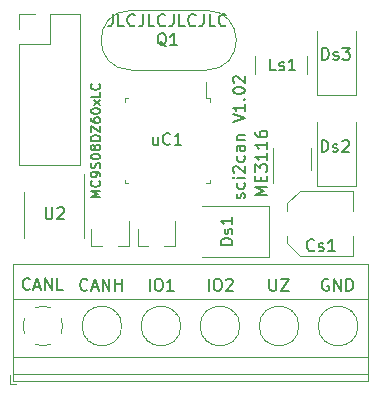
<source format=gbr>
G04 #@! TF.GenerationSoftware,KiCad,Pcbnew,5.1.6-c6e7f7d~86~ubuntu18.04.1*
G04 #@! TF.CreationDate,2020-06-11T15:17:01+02:00*
G04 #@! TF.ProjectId,sci2can,73636932-6361-46e2-9e6b-696361645f70,1.02*
G04 #@! TF.SameCoordinates,Original*
G04 #@! TF.FileFunction,Legend,Top*
G04 #@! TF.FilePolarity,Positive*
%FSLAX46Y46*%
G04 Gerber Fmt 4.6, Leading zero omitted, Abs format (unit mm)*
G04 Created by KiCad (PCBNEW 5.1.6-c6e7f7d~86~ubuntu18.04.1) date 2020-06-11 15:17:01*
%MOMM*%
%LPD*%
G01*
G04 APERTURE LIST*
%ADD10C,0.200000*%
%ADD11C,0.120000*%
%ADD12C,0.150000*%
G04 APERTURE END LIST*
D10*
X204480952Y-76552380D02*
X204480952Y-77266666D01*
X204433333Y-77409523D01*
X204338095Y-77504761D01*
X204195238Y-77552380D01*
X204100000Y-77552380D01*
X205433333Y-77552380D02*
X204957142Y-77552380D01*
X204957142Y-76552380D01*
X206338095Y-77457142D02*
X206290476Y-77504761D01*
X206147619Y-77552380D01*
X206052380Y-77552380D01*
X205909523Y-77504761D01*
X205814285Y-77409523D01*
X205766666Y-77314285D01*
X205719047Y-77123809D01*
X205719047Y-76980952D01*
X205766666Y-76790476D01*
X205814285Y-76695238D01*
X205909523Y-76600000D01*
X206052380Y-76552380D01*
X206147619Y-76552380D01*
X206290476Y-76600000D01*
X206338095Y-76647619D01*
X207052380Y-76552380D02*
X207052380Y-77266666D01*
X207004761Y-77409523D01*
X206909523Y-77504761D01*
X206766666Y-77552380D01*
X206671428Y-77552380D01*
X208004761Y-77552380D02*
X207528571Y-77552380D01*
X207528571Y-76552380D01*
X208909523Y-77457142D02*
X208861904Y-77504761D01*
X208719047Y-77552380D01*
X208623809Y-77552380D01*
X208480952Y-77504761D01*
X208385714Y-77409523D01*
X208338095Y-77314285D01*
X208290476Y-77123809D01*
X208290476Y-76980952D01*
X208338095Y-76790476D01*
X208385714Y-76695238D01*
X208480952Y-76600000D01*
X208623809Y-76552380D01*
X208719047Y-76552380D01*
X208861904Y-76600000D01*
X208909523Y-76647619D01*
X209623809Y-76552380D02*
X209623809Y-77266666D01*
X209576190Y-77409523D01*
X209480952Y-77504761D01*
X209338095Y-77552380D01*
X209242857Y-77552380D01*
X210576190Y-77552380D02*
X210100000Y-77552380D01*
X210100000Y-76552380D01*
X211480952Y-77457142D02*
X211433333Y-77504761D01*
X211290476Y-77552380D01*
X211195238Y-77552380D01*
X211052380Y-77504761D01*
X210957142Y-77409523D01*
X210909523Y-77314285D01*
X210861904Y-77123809D01*
X210861904Y-76980952D01*
X210909523Y-76790476D01*
X210957142Y-76695238D01*
X211052380Y-76600000D01*
X211195238Y-76552380D01*
X211290476Y-76552380D01*
X211433333Y-76600000D01*
X211480952Y-76647619D01*
X212195238Y-76552380D02*
X212195238Y-77266666D01*
X212147619Y-77409523D01*
X212052380Y-77504761D01*
X211909523Y-77552380D01*
X211814285Y-77552380D01*
X213147619Y-77552380D02*
X212671428Y-77552380D01*
X212671428Y-76552380D01*
X214052380Y-77457142D02*
X214004761Y-77504761D01*
X213861904Y-77552380D01*
X213766666Y-77552380D01*
X213623809Y-77504761D01*
X213528571Y-77409523D01*
X213480952Y-77314285D01*
X213433333Y-77123809D01*
X213433333Y-76980952D01*
X213480952Y-76790476D01*
X213528571Y-76695238D01*
X213623809Y-76600000D01*
X213766666Y-76552380D01*
X213861904Y-76552380D01*
X214004761Y-76600000D01*
X214052380Y-76647619D01*
X215604761Y-92116666D02*
X215652380Y-92021428D01*
X215652380Y-91830952D01*
X215604761Y-91735714D01*
X215509523Y-91688095D01*
X215461904Y-91688095D01*
X215366666Y-91735714D01*
X215319047Y-91830952D01*
X215319047Y-91973809D01*
X215271428Y-92069047D01*
X215176190Y-92116666D01*
X215128571Y-92116666D01*
X215033333Y-92069047D01*
X214985714Y-91973809D01*
X214985714Y-91830952D01*
X215033333Y-91735714D01*
X215604761Y-90830952D02*
X215652380Y-90926190D01*
X215652380Y-91116666D01*
X215604761Y-91211904D01*
X215557142Y-91259523D01*
X215461904Y-91307142D01*
X215176190Y-91307142D01*
X215080952Y-91259523D01*
X215033333Y-91211904D01*
X214985714Y-91116666D01*
X214985714Y-90926190D01*
X215033333Y-90830952D01*
X215652380Y-90402380D02*
X214985714Y-90402380D01*
X214652380Y-90402380D02*
X214700000Y-90450000D01*
X214747619Y-90402380D01*
X214700000Y-90354761D01*
X214652380Y-90402380D01*
X214747619Y-90402380D01*
X214747619Y-89973809D02*
X214700000Y-89926190D01*
X214652380Y-89830952D01*
X214652380Y-89592857D01*
X214700000Y-89497619D01*
X214747619Y-89450000D01*
X214842857Y-89402380D01*
X214938095Y-89402380D01*
X215080952Y-89450000D01*
X215652380Y-90021428D01*
X215652380Y-89402380D01*
X215604761Y-88545238D02*
X215652380Y-88640476D01*
X215652380Y-88830952D01*
X215604761Y-88926190D01*
X215557142Y-88973809D01*
X215461904Y-89021428D01*
X215176190Y-89021428D01*
X215080952Y-88973809D01*
X215033333Y-88926190D01*
X214985714Y-88830952D01*
X214985714Y-88640476D01*
X215033333Y-88545238D01*
X215652380Y-87688095D02*
X215128571Y-87688095D01*
X215033333Y-87735714D01*
X214985714Y-87830952D01*
X214985714Y-88021428D01*
X215033333Y-88116666D01*
X215604761Y-87688095D02*
X215652380Y-87783333D01*
X215652380Y-88021428D01*
X215604761Y-88116666D01*
X215509523Y-88164285D01*
X215414285Y-88164285D01*
X215319047Y-88116666D01*
X215271428Y-88021428D01*
X215271428Y-87783333D01*
X215223809Y-87688095D01*
X214985714Y-87211904D02*
X215652380Y-87211904D01*
X215080952Y-87211904D02*
X215033333Y-87164285D01*
X214985714Y-87069047D01*
X214985714Y-86926190D01*
X215033333Y-86830952D01*
X215128571Y-86783333D01*
X215652380Y-86783333D01*
X214652380Y-85688095D02*
X215652380Y-85354761D01*
X214652380Y-85021428D01*
X215652380Y-84164285D02*
X215652380Y-84735714D01*
X215652380Y-84450000D02*
X214652380Y-84450000D01*
X214795238Y-84545238D01*
X214890476Y-84640476D01*
X214938095Y-84735714D01*
X215557142Y-83735714D02*
X215604761Y-83688095D01*
X215652380Y-83735714D01*
X215604761Y-83783333D01*
X215557142Y-83735714D01*
X215652380Y-83735714D01*
X214652380Y-83069047D02*
X214652380Y-82973809D01*
X214700000Y-82878571D01*
X214747619Y-82830952D01*
X214842857Y-82783333D01*
X215033333Y-82735714D01*
X215271428Y-82735714D01*
X215461904Y-82783333D01*
X215557142Y-82830952D01*
X215604761Y-82878571D01*
X215652380Y-82973809D01*
X215652380Y-83069047D01*
X215604761Y-83164285D01*
X215557142Y-83211904D01*
X215461904Y-83259523D01*
X215271428Y-83307142D01*
X215033333Y-83307142D01*
X214842857Y-83259523D01*
X214747619Y-83211904D01*
X214700000Y-83164285D01*
X214652380Y-83069047D01*
X214747619Y-82354761D02*
X214700000Y-82307142D01*
X214652380Y-82211904D01*
X214652380Y-81973809D01*
X214700000Y-81878571D01*
X214747619Y-81830952D01*
X214842857Y-81783333D01*
X214938095Y-81783333D01*
X215080952Y-81830952D01*
X215652380Y-82402380D01*
X215652380Y-81783333D01*
X222738095Y-99000000D02*
X222642857Y-98952380D01*
X222500000Y-98952380D01*
X222357142Y-99000000D01*
X222261904Y-99095238D01*
X222214285Y-99190476D01*
X222166666Y-99380952D01*
X222166666Y-99523809D01*
X222214285Y-99714285D01*
X222261904Y-99809523D01*
X222357142Y-99904761D01*
X222500000Y-99952380D01*
X222595238Y-99952380D01*
X222738095Y-99904761D01*
X222785714Y-99857142D01*
X222785714Y-99523809D01*
X222595238Y-99523809D01*
X223214285Y-99952380D02*
X223214285Y-98952380D01*
X223785714Y-99952380D01*
X223785714Y-98952380D01*
X224261904Y-99952380D02*
X224261904Y-98952380D01*
X224500000Y-98952380D01*
X224642857Y-99000000D01*
X224738095Y-99095238D01*
X224785714Y-99190476D01*
X224833333Y-99380952D01*
X224833333Y-99523809D01*
X224785714Y-99714285D01*
X224738095Y-99809523D01*
X224642857Y-99904761D01*
X224500000Y-99952380D01*
X224261904Y-99952380D01*
X207600000Y-99952380D02*
X207600000Y-98952380D01*
X208266666Y-98952380D02*
X208457142Y-98952380D01*
X208552380Y-99000000D01*
X208647619Y-99095238D01*
X208695238Y-99285714D01*
X208695238Y-99619047D01*
X208647619Y-99809523D01*
X208552380Y-99904761D01*
X208457142Y-99952380D01*
X208266666Y-99952380D01*
X208171428Y-99904761D01*
X208076190Y-99809523D01*
X208028571Y-99619047D01*
X208028571Y-99285714D01*
X208076190Y-99095238D01*
X208171428Y-99000000D01*
X208266666Y-98952380D01*
X209647619Y-99952380D02*
X209076190Y-99952380D01*
X209361904Y-99952380D02*
X209361904Y-98952380D01*
X209266666Y-99095238D01*
X209171428Y-99190476D01*
X209076190Y-99238095D01*
X212600000Y-99952380D02*
X212600000Y-98952380D01*
X213266666Y-98952380D02*
X213457142Y-98952380D01*
X213552380Y-99000000D01*
X213647619Y-99095238D01*
X213695238Y-99285714D01*
X213695238Y-99619047D01*
X213647619Y-99809523D01*
X213552380Y-99904761D01*
X213457142Y-99952380D01*
X213266666Y-99952380D01*
X213171428Y-99904761D01*
X213076190Y-99809523D01*
X213028571Y-99619047D01*
X213028571Y-99285714D01*
X213076190Y-99095238D01*
X213171428Y-99000000D01*
X213266666Y-98952380D01*
X214076190Y-99047619D02*
X214123809Y-99000000D01*
X214219047Y-98952380D01*
X214457142Y-98952380D01*
X214552380Y-99000000D01*
X214600000Y-99047619D01*
X214647619Y-99142857D01*
X214647619Y-99238095D01*
X214600000Y-99380952D01*
X214028571Y-99952380D01*
X214647619Y-99952380D01*
X217738095Y-98952380D02*
X217738095Y-99761904D01*
X217785714Y-99857142D01*
X217833333Y-99904761D01*
X217928571Y-99952380D01*
X218119047Y-99952380D01*
X218214285Y-99904761D01*
X218261904Y-99857142D01*
X218309523Y-99761904D01*
X218309523Y-98952380D01*
X218690476Y-98952380D02*
X219357142Y-98952380D01*
X218690476Y-99952380D01*
X219357142Y-99952380D01*
X202333333Y-99857142D02*
X202285714Y-99904761D01*
X202142857Y-99952380D01*
X202047619Y-99952380D01*
X201904761Y-99904761D01*
X201809523Y-99809523D01*
X201761904Y-99714285D01*
X201714285Y-99523809D01*
X201714285Y-99380952D01*
X201761904Y-99190476D01*
X201809523Y-99095238D01*
X201904761Y-99000000D01*
X202047619Y-98952380D01*
X202142857Y-98952380D01*
X202285714Y-99000000D01*
X202333333Y-99047619D01*
X202714285Y-99666666D02*
X203190476Y-99666666D01*
X202619047Y-99952380D02*
X202952380Y-98952380D01*
X203285714Y-99952380D01*
X203619047Y-99952380D02*
X203619047Y-98952380D01*
X204190476Y-99952380D01*
X204190476Y-98952380D01*
X204666666Y-99952380D02*
X204666666Y-98952380D01*
X204666666Y-99428571D02*
X205238095Y-99428571D01*
X205238095Y-99952380D02*
X205238095Y-98952380D01*
X197452380Y-99807142D02*
X197404761Y-99854761D01*
X197261904Y-99902380D01*
X197166666Y-99902380D01*
X197023809Y-99854761D01*
X196928571Y-99759523D01*
X196880952Y-99664285D01*
X196833333Y-99473809D01*
X196833333Y-99330952D01*
X196880952Y-99140476D01*
X196928571Y-99045238D01*
X197023809Y-98950000D01*
X197166666Y-98902380D01*
X197261904Y-98902380D01*
X197404761Y-98950000D01*
X197452380Y-98997619D01*
X197833333Y-99616666D02*
X198309523Y-99616666D01*
X197738095Y-99902380D02*
X198071428Y-98902380D01*
X198404761Y-99902380D01*
X198738095Y-99902380D02*
X198738095Y-98902380D01*
X199309523Y-99902380D01*
X199309523Y-98902380D01*
X200261904Y-99902380D02*
X199785714Y-99902380D01*
X199785714Y-98902380D01*
D11*
X221750000Y-91100000D02*
X221750000Y-85700000D01*
X225050000Y-91100000D02*
X225050000Y-85700000D01*
X221750000Y-91100000D02*
X225050000Y-91100000D01*
X221750000Y-83350000D02*
X225050000Y-83350000D01*
X225050000Y-83350000D02*
X225050000Y-77950000D01*
X221750000Y-83350000D02*
X221750000Y-77950000D01*
X206570000Y-96210000D02*
X206570000Y-94750000D01*
X209730000Y-96210000D02*
X209730000Y-94050000D01*
X209730000Y-96210000D02*
X208800000Y-96210000D01*
X206570000Y-96210000D02*
X207500000Y-96210000D01*
X224772500Y-97010000D02*
X224772500Y-95310000D01*
X224772500Y-91490000D02*
X224772500Y-93190000D01*
X220316937Y-91490000D02*
X224772500Y-91490000D01*
X220316937Y-97010000D02*
X224772500Y-97010000D01*
X219252500Y-95945563D02*
X219252500Y-95310000D01*
X219252500Y-92554437D02*
X219252500Y-93190000D01*
X219252500Y-92554437D02*
X220316937Y-91490000D01*
X219252500Y-95945563D02*
X220316937Y-97010000D01*
X220910000Y-81647369D02*
X220910000Y-80052631D01*
X216490000Y-81647369D02*
X216490000Y-80052631D01*
X218040000Y-87900000D02*
X218040000Y-90850000D01*
X221260000Y-89700000D02*
X221260000Y-87900000D01*
X196520000Y-76510000D02*
X197850000Y-76510000D01*
X196520000Y-77840000D02*
X196520000Y-76510000D01*
X199120000Y-76510000D02*
X201720000Y-76510000D01*
X199120000Y-79110000D02*
X199120000Y-76510000D01*
X196520000Y-79110000D02*
X199120000Y-79110000D01*
X201720000Y-76510000D02*
X201720000Y-89330000D01*
X196520000Y-79110000D02*
X196520000Y-89330000D01*
X196520000Y-89330000D02*
X201720000Y-89330000D01*
X212410000Y-81275000D02*
X206010000Y-81275000D01*
X212410000Y-76225000D02*
X206010000Y-76225000D01*
X206010000Y-76225000D02*
G75*
G03*
X206010000Y-81275000I0J-2525000D01*
G01*
X212410000Y-76225000D02*
G75*
G02*
X212410000Y-81275000I0J-2525000D01*
G01*
X202670000Y-96210000D02*
X203600000Y-96210000D01*
X205830000Y-96210000D02*
X204900000Y-96210000D01*
X205830000Y-96210000D02*
X205830000Y-94050000D01*
X202670000Y-96210000D02*
X202670000Y-94750000D01*
X205230000Y-102950000D02*
G75*
G03*
X205230000Y-102950000I-1680000J0D01*
G01*
X210230000Y-102950000D02*
G75*
G03*
X210230000Y-102950000I-1680000J0D01*
G01*
X215230000Y-102950000D02*
G75*
G03*
X215230000Y-102950000I-1680000J0D01*
G01*
X220230000Y-102950000D02*
G75*
G03*
X220230000Y-102950000I-1680000J0D01*
G01*
X225230000Y-102950000D02*
G75*
G03*
X225230000Y-102950000I-1680000J0D01*
G01*
X195990000Y-107050000D02*
X226110000Y-107050000D01*
X195990000Y-105550000D02*
X226110000Y-105550000D01*
X195990000Y-100649000D02*
X226110000Y-100649000D01*
X195990000Y-97689000D02*
X226110000Y-97689000D01*
X195990000Y-107610000D02*
X226110000Y-107610000D01*
X195990000Y-97689000D02*
X195990000Y-107610000D01*
X226110000Y-97689000D02*
X226110000Y-107610000D01*
X204825000Y-101881000D02*
X204778000Y-101927000D01*
X202516000Y-104189000D02*
X202481000Y-104224000D01*
X204620000Y-101675000D02*
X204585000Y-101711000D01*
X202323000Y-103973000D02*
X202276000Y-104019000D01*
X209825000Y-101881000D02*
X209778000Y-101927000D01*
X207516000Y-104189000D02*
X207481000Y-104224000D01*
X209620000Y-101675000D02*
X209585000Y-101711000D01*
X207323000Y-103973000D02*
X207276000Y-104019000D01*
X214825000Y-101881000D02*
X214778000Y-101927000D01*
X212516000Y-104189000D02*
X212481000Y-104224000D01*
X214620000Y-101675000D02*
X214585000Y-101711000D01*
X212323000Y-103973000D02*
X212276000Y-104019000D01*
X219825000Y-101881000D02*
X219778000Y-101927000D01*
X217516000Y-104189000D02*
X217481000Y-104224000D01*
X219620000Y-101675000D02*
X219585000Y-101711000D01*
X217323000Y-103973000D02*
X217276000Y-104019000D01*
X224825000Y-101881000D02*
X224778000Y-101927000D01*
X222516000Y-104189000D02*
X222481000Y-104224000D01*
X224620000Y-101675000D02*
X224585000Y-101711000D01*
X222323000Y-103973000D02*
X222276000Y-104019000D01*
X195750000Y-107110000D02*
X195750000Y-107850000D01*
X195750000Y-107850000D02*
X196250000Y-107850000D01*
X198578805Y-104630253D02*
G75*
G02*
X197866000Y-104485000I-28805J1680253D01*
G01*
X197014574Y-103633042D02*
G75*
G02*
X197015000Y-102266000I1535426J683042D01*
G01*
X197866958Y-101414574D02*
G75*
G02*
X199234000Y-101415000I683042J-1535426D01*
G01*
X200085426Y-102266958D02*
G75*
G02*
X200085000Y-103634000I-1535426J-683042D01*
G01*
X199233318Y-104484756D02*
G75*
G02*
X198550000Y-104630000I-683318J1534756D01*
G01*
X196940000Y-93525000D02*
X196940000Y-95475000D01*
X196940000Y-93525000D02*
X196940000Y-91575000D01*
X202060000Y-93525000D02*
X202060000Y-95475000D01*
X202060000Y-93525000D02*
X202060000Y-90075000D01*
X205490000Y-90560000D02*
X205490000Y-90860000D01*
X205490000Y-90860000D02*
X205790000Y-90860000D01*
X205490000Y-83940000D02*
X205490000Y-83640000D01*
X205490000Y-83640000D02*
X205790000Y-83640000D01*
X212710000Y-90560000D02*
X212710000Y-90860000D01*
X212710000Y-90860000D02*
X212410000Y-90860000D01*
X212710000Y-83940000D02*
X212710000Y-83640000D01*
X212710000Y-83640000D02*
X212410000Y-83640000D01*
X212410000Y-83640000D02*
X212410000Y-82325000D01*
X217700000Y-97100000D02*
X212000000Y-97100000D01*
X217700000Y-92800000D02*
X212000000Y-92800000D01*
X217700000Y-97100000D02*
X217700000Y-92800000D01*
D12*
X222157142Y-88202380D02*
X222157142Y-87202380D01*
X222395238Y-87202380D01*
X222538095Y-87250000D01*
X222633333Y-87345238D01*
X222680952Y-87440476D01*
X222728571Y-87630952D01*
X222728571Y-87773809D01*
X222680952Y-87964285D01*
X222633333Y-88059523D01*
X222538095Y-88154761D01*
X222395238Y-88202380D01*
X222157142Y-88202380D01*
X223109523Y-88154761D02*
X223204761Y-88202380D01*
X223395238Y-88202380D01*
X223490476Y-88154761D01*
X223538095Y-88059523D01*
X223538095Y-88011904D01*
X223490476Y-87916666D01*
X223395238Y-87869047D01*
X223252380Y-87869047D01*
X223157142Y-87821428D01*
X223109523Y-87726190D01*
X223109523Y-87678571D01*
X223157142Y-87583333D01*
X223252380Y-87535714D01*
X223395238Y-87535714D01*
X223490476Y-87583333D01*
X223919047Y-87297619D02*
X223966666Y-87250000D01*
X224061904Y-87202380D01*
X224300000Y-87202380D01*
X224395238Y-87250000D01*
X224442857Y-87297619D01*
X224490476Y-87392857D01*
X224490476Y-87488095D01*
X224442857Y-87630952D01*
X223871428Y-88202380D01*
X224490476Y-88202380D01*
X222207142Y-80402380D02*
X222207142Y-79402380D01*
X222445238Y-79402380D01*
X222588095Y-79450000D01*
X222683333Y-79545238D01*
X222730952Y-79640476D01*
X222778571Y-79830952D01*
X222778571Y-79973809D01*
X222730952Y-80164285D01*
X222683333Y-80259523D01*
X222588095Y-80354761D01*
X222445238Y-80402380D01*
X222207142Y-80402380D01*
X223159523Y-80354761D02*
X223254761Y-80402380D01*
X223445238Y-80402380D01*
X223540476Y-80354761D01*
X223588095Y-80259523D01*
X223588095Y-80211904D01*
X223540476Y-80116666D01*
X223445238Y-80069047D01*
X223302380Y-80069047D01*
X223207142Y-80021428D01*
X223159523Y-79926190D01*
X223159523Y-79878571D01*
X223207142Y-79783333D01*
X223302380Y-79735714D01*
X223445238Y-79735714D01*
X223540476Y-79783333D01*
X223921428Y-79402380D02*
X224540476Y-79402380D01*
X224207142Y-79783333D01*
X224350000Y-79783333D01*
X224445238Y-79830952D01*
X224492857Y-79878571D01*
X224540476Y-79973809D01*
X224540476Y-80211904D01*
X224492857Y-80307142D01*
X224445238Y-80354761D01*
X224350000Y-80402380D01*
X224064285Y-80402380D01*
X223969047Y-80354761D01*
X223921428Y-80307142D01*
X221528571Y-96507142D02*
X221480952Y-96554761D01*
X221338095Y-96602380D01*
X221242857Y-96602380D01*
X221100000Y-96554761D01*
X221004761Y-96459523D01*
X220957142Y-96364285D01*
X220909523Y-96173809D01*
X220909523Y-96030952D01*
X220957142Y-95840476D01*
X221004761Y-95745238D01*
X221100000Y-95650000D01*
X221242857Y-95602380D01*
X221338095Y-95602380D01*
X221480952Y-95650000D01*
X221528571Y-95697619D01*
X221909523Y-96554761D02*
X222004761Y-96602380D01*
X222195238Y-96602380D01*
X222290476Y-96554761D01*
X222338095Y-96459523D01*
X222338095Y-96411904D01*
X222290476Y-96316666D01*
X222195238Y-96269047D01*
X222052380Y-96269047D01*
X221957142Y-96221428D01*
X221909523Y-96126190D01*
X221909523Y-96078571D01*
X221957142Y-95983333D01*
X222052380Y-95935714D01*
X222195238Y-95935714D01*
X222290476Y-95983333D01*
X223290476Y-96602380D02*
X222719047Y-96602380D01*
X223004761Y-96602380D02*
X223004761Y-95602380D01*
X222909523Y-95745238D01*
X222814285Y-95840476D01*
X222719047Y-95888095D01*
X218278571Y-81302380D02*
X217802380Y-81302380D01*
X217802380Y-80302380D01*
X218564285Y-81254761D02*
X218659523Y-81302380D01*
X218850000Y-81302380D01*
X218945238Y-81254761D01*
X218992857Y-81159523D01*
X218992857Y-81111904D01*
X218945238Y-81016666D01*
X218850000Y-80969047D01*
X218707142Y-80969047D01*
X218611904Y-80921428D01*
X218564285Y-80826190D01*
X218564285Y-80778571D01*
X218611904Y-80683333D01*
X218707142Y-80635714D01*
X218850000Y-80635714D01*
X218945238Y-80683333D01*
X219945238Y-81302380D02*
X219373809Y-81302380D01*
X219659523Y-81302380D02*
X219659523Y-80302380D01*
X219564285Y-80445238D01*
X219469047Y-80540476D01*
X219373809Y-80588095D01*
X217552380Y-91840476D02*
X216552380Y-91840476D01*
X217266666Y-91507142D01*
X216552380Y-91173809D01*
X217552380Y-91173809D01*
X217028571Y-90697619D02*
X217028571Y-90364285D01*
X217552380Y-90221428D02*
X217552380Y-90697619D01*
X216552380Y-90697619D01*
X216552380Y-90221428D01*
X216552380Y-89888095D02*
X216552380Y-89269047D01*
X216933333Y-89602380D01*
X216933333Y-89459523D01*
X216980952Y-89364285D01*
X217028571Y-89316666D01*
X217123809Y-89269047D01*
X217361904Y-89269047D01*
X217457142Y-89316666D01*
X217504761Y-89364285D01*
X217552380Y-89459523D01*
X217552380Y-89745238D01*
X217504761Y-89840476D01*
X217457142Y-89888095D01*
X217552380Y-88316666D02*
X217552380Y-88888095D01*
X217552380Y-88602380D02*
X216552380Y-88602380D01*
X216695238Y-88697619D01*
X216790476Y-88792857D01*
X216838095Y-88888095D01*
X217552380Y-87364285D02*
X217552380Y-87935714D01*
X217552380Y-87650000D02*
X216552380Y-87650000D01*
X216695238Y-87745238D01*
X216790476Y-87840476D01*
X216838095Y-87935714D01*
X216552380Y-86507142D02*
X216552380Y-86697619D01*
X216600000Y-86792857D01*
X216647619Y-86840476D01*
X216790476Y-86935714D01*
X216980952Y-86983333D01*
X217361904Y-86983333D01*
X217457142Y-86935714D01*
X217504761Y-86888095D01*
X217552380Y-86792857D01*
X217552380Y-86602380D01*
X217504761Y-86507142D01*
X217457142Y-86459523D01*
X217361904Y-86411904D01*
X217123809Y-86411904D01*
X217028571Y-86459523D01*
X216980952Y-86507142D01*
X216933333Y-86602380D01*
X216933333Y-86792857D01*
X216980952Y-86888095D01*
X217028571Y-86935714D01*
X217123809Y-86983333D01*
X209004761Y-79247619D02*
X208909523Y-79200000D01*
X208814285Y-79104761D01*
X208671428Y-78961904D01*
X208576190Y-78914285D01*
X208480952Y-78914285D01*
X208528571Y-79152380D02*
X208433333Y-79104761D01*
X208338095Y-79009523D01*
X208290476Y-78819047D01*
X208290476Y-78485714D01*
X208338095Y-78295238D01*
X208433333Y-78200000D01*
X208528571Y-78152380D01*
X208719047Y-78152380D01*
X208814285Y-78200000D01*
X208909523Y-78295238D01*
X208957142Y-78485714D01*
X208957142Y-78819047D01*
X208909523Y-79009523D01*
X208814285Y-79104761D01*
X208719047Y-79152380D01*
X208528571Y-79152380D01*
X209909523Y-79152380D02*
X209338095Y-79152380D01*
X209623809Y-79152380D02*
X209623809Y-78152380D01*
X209528571Y-78295238D01*
X209433333Y-78390476D01*
X209338095Y-78438095D01*
X198788095Y-92902380D02*
X198788095Y-93711904D01*
X198835714Y-93807142D01*
X198883333Y-93854761D01*
X198978571Y-93902380D01*
X199169047Y-93902380D01*
X199264285Y-93854761D01*
X199311904Y-93807142D01*
X199359523Y-93711904D01*
X199359523Y-92902380D01*
X199788095Y-92997619D02*
X199835714Y-92950000D01*
X199930952Y-92902380D01*
X200169047Y-92902380D01*
X200264285Y-92950000D01*
X200311904Y-92997619D01*
X200359523Y-93092857D01*
X200359523Y-93188095D01*
X200311904Y-93330952D01*
X199740476Y-93902380D01*
X200359523Y-93902380D01*
X208288095Y-86935714D02*
X208288095Y-87602380D01*
X207859523Y-86935714D02*
X207859523Y-87459523D01*
X207907142Y-87554761D01*
X208002380Y-87602380D01*
X208145238Y-87602380D01*
X208240476Y-87554761D01*
X208288095Y-87507142D01*
X209335714Y-87507142D02*
X209288095Y-87554761D01*
X209145238Y-87602380D01*
X209050000Y-87602380D01*
X208907142Y-87554761D01*
X208811904Y-87459523D01*
X208764285Y-87364285D01*
X208716666Y-87173809D01*
X208716666Y-87030952D01*
X208764285Y-86840476D01*
X208811904Y-86745238D01*
X208907142Y-86650000D01*
X209050000Y-86602380D01*
X209145238Y-86602380D01*
X209288095Y-86650000D01*
X209335714Y-86697619D01*
X210288095Y-87602380D02*
X209716666Y-87602380D01*
X210002380Y-87602380D02*
X210002380Y-86602380D01*
X209907142Y-86745238D01*
X209811904Y-86840476D01*
X209716666Y-86888095D01*
X203411904Y-92030952D02*
X202611904Y-92030952D01*
X203183333Y-91764285D01*
X202611904Y-91497619D01*
X203411904Y-91497619D01*
X203335714Y-90659523D02*
X203373809Y-90697619D01*
X203411904Y-90811904D01*
X203411904Y-90888095D01*
X203373809Y-91002380D01*
X203297619Y-91078571D01*
X203221428Y-91116666D01*
X203069047Y-91154761D01*
X202954761Y-91154761D01*
X202802380Y-91116666D01*
X202726190Y-91078571D01*
X202650000Y-91002380D01*
X202611904Y-90888095D01*
X202611904Y-90811904D01*
X202650000Y-90697619D01*
X202688095Y-90659523D01*
X203411904Y-90278571D02*
X203411904Y-90126190D01*
X203373809Y-90050000D01*
X203335714Y-90011904D01*
X203221428Y-89935714D01*
X203069047Y-89897619D01*
X202764285Y-89897619D01*
X202688095Y-89935714D01*
X202650000Y-89973809D01*
X202611904Y-90050000D01*
X202611904Y-90202380D01*
X202650000Y-90278571D01*
X202688095Y-90316666D01*
X202764285Y-90354761D01*
X202954761Y-90354761D01*
X203030952Y-90316666D01*
X203069047Y-90278571D01*
X203107142Y-90202380D01*
X203107142Y-90050000D01*
X203069047Y-89973809D01*
X203030952Y-89935714D01*
X202954761Y-89897619D01*
X203373809Y-89592857D02*
X203411904Y-89478571D01*
X203411904Y-89288095D01*
X203373809Y-89211904D01*
X203335714Y-89173809D01*
X203259523Y-89135714D01*
X203183333Y-89135714D01*
X203107142Y-89173809D01*
X203069047Y-89211904D01*
X203030952Y-89288095D01*
X202992857Y-89440476D01*
X202954761Y-89516666D01*
X202916666Y-89554761D01*
X202840476Y-89592857D01*
X202764285Y-89592857D01*
X202688095Y-89554761D01*
X202650000Y-89516666D01*
X202611904Y-89440476D01*
X202611904Y-89250000D01*
X202650000Y-89135714D01*
X202611904Y-88640476D02*
X202611904Y-88564285D01*
X202650000Y-88488095D01*
X202688095Y-88450000D01*
X202764285Y-88411904D01*
X202916666Y-88373809D01*
X203107142Y-88373809D01*
X203259523Y-88411904D01*
X203335714Y-88450000D01*
X203373809Y-88488095D01*
X203411904Y-88564285D01*
X203411904Y-88640476D01*
X203373809Y-88716666D01*
X203335714Y-88754761D01*
X203259523Y-88792857D01*
X203107142Y-88830952D01*
X202916666Y-88830952D01*
X202764285Y-88792857D01*
X202688095Y-88754761D01*
X202650000Y-88716666D01*
X202611904Y-88640476D01*
X202954761Y-87916666D02*
X202916666Y-87992857D01*
X202878571Y-88030952D01*
X202802380Y-88069047D01*
X202764285Y-88069047D01*
X202688095Y-88030952D01*
X202650000Y-87992857D01*
X202611904Y-87916666D01*
X202611904Y-87764285D01*
X202650000Y-87688095D01*
X202688095Y-87650000D01*
X202764285Y-87611904D01*
X202802380Y-87611904D01*
X202878571Y-87650000D01*
X202916666Y-87688095D01*
X202954761Y-87764285D01*
X202954761Y-87916666D01*
X202992857Y-87992857D01*
X203030952Y-88030952D01*
X203107142Y-88069047D01*
X203259523Y-88069047D01*
X203335714Y-88030952D01*
X203373809Y-87992857D01*
X203411904Y-87916666D01*
X203411904Y-87764285D01*
X203373809Y-87688095D01*
X203335714Y-87650000D01*
X203259523Y-87611904D01*
X203107142Y-87611904D01*
X203030952Y-87650000D01*
X202992857Y-87688095D01*
X202954761Y-87764285D01*
X203411904Y-87269047D02*
X202611904Y-87269047D01*
X202611904Y-87078571D01*
X202650000Y-86964285D01*
X202726190Y-86888095D01*
X202802380Y-86850000D01*
X202954761Y-86811904D01*
X203069047Y-86811904D01*
X203221428Y-86850000D01*
X203297619Y-86888095D01*
X203373809Y-86964285D01*
X203411904Y-87078571D01*
X203411904Y-87269047D01*
X202611904Y-86545238D02*
X202611904Y-86011904D01*
X203411904Y-86545238D01*
X203411904Y-86011904D01*
X202611904Y-85364285D02*
X202611904Y-85516666D01*
X202650000Y-85592857D01*
X202688095Y-85630952D01*
X202802380Y-85707142D01*
X202954761Y-85745238D01*
X203259523Y-85745238D01*
X203335714Y-85707142D01*
X203373809Y-85669047D01*
X203411904Y-85592857D01*
X203411904Y-85440476D01*
X203373809Y-85364285D01*
X203335714Y-85326190D01*
X203259523Y-85288095D01*
X203069047Y-85288095D01*
X202992857Y-85326190D01*
X202954761Y-85364285D01*
X202916666Y-85440476D01*
X202916666Y-85592857D01*
X202954761Y-85669047D01*
X202992857Y-85707142D01*
X203069047Y-85745238D01*
X202611904Y-84792857D02*
X202611904Y-84716666D01*
X202650000Y-84640476D01*
X202688095Y-84602380D01*
X202764285Y-84564285D01*
X202916666Y-84526190D01*
X203107142Y-84526190D01*
X203259523Y-84564285D01*
X203335714Y-84602380D01*
X203373809Y-84640476D01*
X203411904Y-84716666D01*
X203411904Y-84792857D01*
X203373809Y-84869047D01*
X203335714Y-84907142D01*
X203259523Y-84945238D01*
X203107142Y-84983333D01*
X202916666Y-84983333D01*
X202764285Y-84945238D01*
X202688095Y-84907142D01*
X202650000Y-84869047D01*
X202611904Y-84792857D01*
X203411904Y-84259523D02*
X202878571Y-83840476D01*
X202878571Y-84259523D02*
X203411904Y-83840476D01*
X203411904Y-83154761D02*
X203411904Y-83535714D01*
X202611904Y-83535714D01*
X203335714Y-82430952D02*
X203373809Y-82469047D01*
X203411904Y-82583333D01*
X203411904Y-82659523D01*
X203373809Y-82773809D01*
X203297619Y-82850000D01*
X203221428Y-82888095D01*
X203069047Y-82926190D01*
X202954761Y-82926190D01*
X202802380Y-82888095D01*
X202726190Y-82850000D01*
X202650000Y-82773809D01*
X202611904Y-82659523D01*
X202611904Y-82583333D01*
X202650000Y-82469047D01*
X202688095Y-82430952D01*
X214602380Y-96092857D02*
X213602380Y-96092857D01*
X213602380Y-95854761D01*
X213650000Y-95711904D01*
X213745238Y-95616666D01*
X213840476Y-95569047D01*
X214030952Y-95521428D01*
X214173809Y-95521428D01*
X214364285Y-95569047D01*
X214459523Y-95616666D01*
X214554761Y-95711904D01*
X214602380Y-95854761D01*
X214602380Y-96092857D01*
X214554761Y-95140476D02*
X214602380Y-95045238D01*
X214602380Y-94854761D01*
X214554761Y-94759523D01*
X214459523Y-94711904D01*
X214411904Y-94711904D01*
X214316666Y-94759523D01*
X214269047Y-94854761D01*
X214269047Y-94997619D01*
X214221428Y-95092857D01*
X214126190Y-95140476D01*
X214078571Y-95140476D01*
X213983333Y-95092857D01*
X213935714Y-94997619D01*
X213935714Y-94854761D01*
X213983333Y-94759523D01*
X214602380Y-93759523D02*
X214602380Y-94330952D01*
X214602380Y-94045238D02*
X213602380Y-94045238D01*
X213745238Y-94140476D01*
X213840476Y-94235714D01*
X213888095Y-94330952D01*
M02*

</source>
